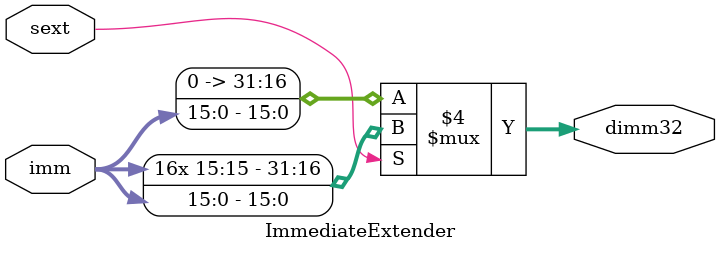
<source format=v>
`timescale 1ns / 1ps


module ImmediateExtender( //immediate extender module.
    input [15:0] imm,
    input sext,
    output reg [31:0] dimm32
    );
    
    always @ (*) //always block to update the value of imm32.
        begin
            if (sext == 1)
            dimm32 = {{16{imm[15]}}, imm}; //sets imm32 to be equal to imm. the last bit is concatinated to the other 16 bits based on if the sign bit is a zero or one.
            else
            dimm32 <= {16'b0, imm};
        end
endmodule


</source>
